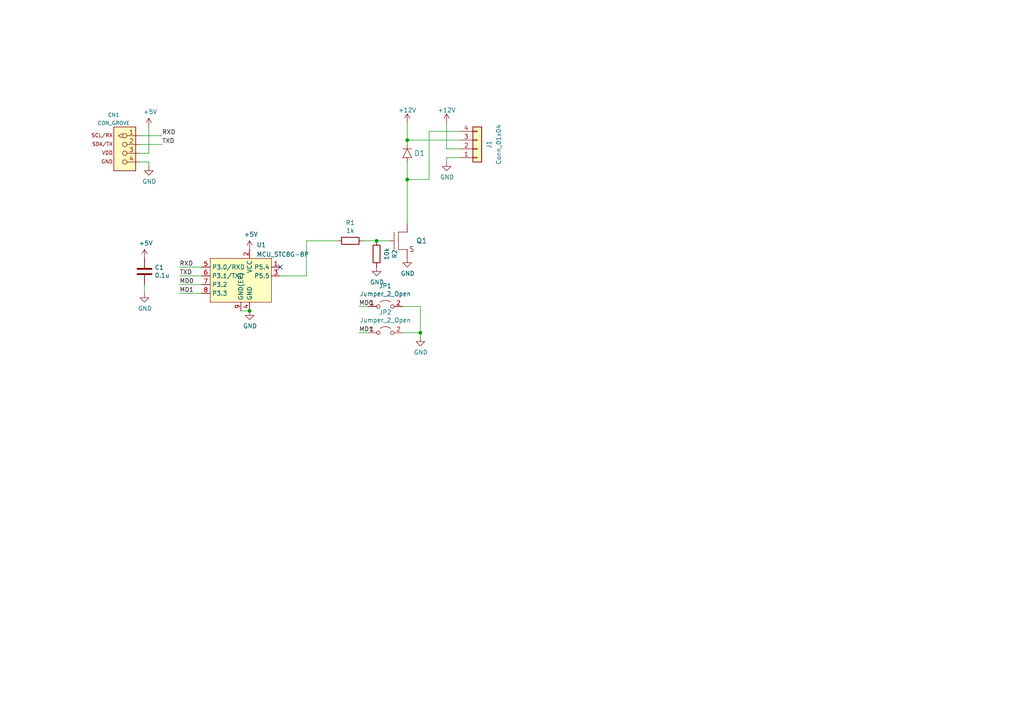
<source format=kicad_sch>
(kicad_sch (version 20211123) (generator eeschema)
  (paper "A4")
  (lib_symbols
    (symbol "Connector_Generic:Conn_01x04" (pin_names (offset 1.016) hide)
      (property "Reference" "J" (at 0 5.08 0))
      (property "Value" "Conn_01x04" (at 0 -7.62 0))
      (symbol "Conn_01x04_1_1"
        (rectangle (start -1.27 -4.953) (end 0 -5.207) (stroke (width 0.1524)))
        (rectangle (start -1.27 -2.413) (end 0 -2.667) (stroke (width 0.1524)))
        (rectangle (start -1.27 0.127) (end 0 -0.127) (stroke (width 0.1524)))
        (rectangle (start -1.27 2.667) (end 0 2.413) (stroke (width 0.1524)))
        (rectangle (start -1.27 3.81) (end 1.27 -6.35) (stroke (width 0.254)) (fill (type background)))
        (pin passive line (at -5.08 2.54 0) (length 3.81) (name "Pin_1") (number "1"))
        (pin passive line (at -5.08 0 0) (length 3.81) (name "Pin_2") (number "2"))
        (pin passive line (at -5.08 -2.54 0) (length 3.81) (name "Pin_3") (number "3"))
        (pin passive line (at -5.08 -5.08 0) (length 3.81) (name "Pin_4") (number "4"))
      )
    )
    (symbol "Device:C" (pin_numbers hide) (pin_names (offset 0.254))
      (property "Reference" "C" (at 0.635 2.54 0))
      (property "Value" "C" (at 0.635 -2.54 0))
      (symbol "C_0_1"
        (polyline (pts (xy -2.032 -0.762) (xy 2.032 -0.762)) (stroke (width 0.508)))
        (polyline (pts (xy -2.032 0.762) (xy 2.032 0.762)) (stroke (width 0.508)))
      )
      (symbol "C_1_1"
        (pin passive line (at 0 3.81 270) (length 2.794) (name "~") (number "1"))
        (pin passive line (at 0 -3.81 90) (length 2.794) (name "~") (number "2"))
      )
    )
    (symbol "Device:R" (pin_numbers hide) (pin_names (offset 0))
      (property "Reference" "R" (at 2.032 0 90))
      (property "Value" "R" (at 0 0 90))
      (symbol "R_0_1"
        (rectangle (start -1.016 -2.54) (end 1.016 2.54) (stroke (width 0.254)))
      )
      (symbol "R_1_1"
        (pin passive line (at 0 3.81 270) (length 1.27) (name "~") (number "1"))
        (pin passive line (at 0 -3.81 90) (length 1.27) (name "~") (number "2"))
      )
    )
    (symbol "Jumper:Jumper_2_Open" (pin_names (offset 0) hide)
      (property "Reference" "JP" (at 0 2.794 0))
      (property "Value" "Jumper_2_Open" (at 0 -2.286 0))
      (symbol "Jumper_2_Open_0_0"
        (circle (center -2.032 0) (radius 0.508))
        (circle (center 2.032 0) (radius 0.508))
      )
      (symbol "Jumper_2_Open_0_1"
        (arc (start 1.524 1.27) (mid 0 1.778) (end -1.524 1.27))
      )
      (symbol "Jumper_2_Open_1_1"
        (pin passive line (at -5.08 0 0) (length 2.54) (name "A") (number "1"))
        (pin passive line (at 5.08 0 180) (length 2.54) (name "B") (number "2"))
      )
    )
    (symbol "akita:CON_GROVE" (pin_names (offset 1.016))
      (property "Reference" "CN" (at 0 3.81 0))
      (property "Value" "CON_GROVE" (at 3.81 -5.08 90))
      (symbol "CON_GROVE_1_0"
        (text "GND" (at 5.334 -5.588 0) (effects (font (size 1.0668 1.0668)) (justify left bottom)))
        (text "SCL/RX" (at 5.334 2.032 0) (effects (font (size 1.0668 1.0668)) (justify left bottom)))
        (text "SDA/TX" (at 5.334 -0.508 0) (effects (font (size 1.0668 1.0668)) (justify left bottom)))
        (text "VDD" (at 5.334 -3.048 0) (effects (font (size 1.0668 1.0668)) (justify left bottom)))
        (pin bidirectional inverted_clock (at -2.54 2.54 0) (length 5.08) (name "1") (number "1"))
        (pin bidirectional inverted (at -2.54 0 0) (length 5.08) (name "2") (number "2"))
        (pin bidirectional inverted (at -2.54 -2.54 0) (length 5.08) (name "3") (number "3"))
        (pin bidirectional inverted (at -2.54 -5.08 0) (length 5.08) (name "4") (number "4"))
      )
      (symbol "CON_GROVE_1_1"
        (rectangle (start -1.27 5.08) (end 5.08 -7.62) (stroke (width 0.2032)) (fill (type background)))
      )
    )
    (symbol "akita:DIODE" (pin_names (offset 1.016))
      (property "Reference" "D" (at -2.54 2.54 0))
      (symbol "DIODE_1_0"
        (polyline (pts (xy -2.54 0) (xy -1.27 0)))
        (polyline (pts (xy -1.27 -1.27) (xy 1.27 0)))
        (polyline (pts (xy -1.27 0) (xy -1.27 -1.27)))
        (polyline (pts (xy -1.27 1.27) (xy -1.27 0)))
        (polyline (pts (xy 1.27 0) (xy -1.27 1.27)))
        (polyline (pts (xy 1.27 0) (xy 1.27 -1.27)))
        (polyline (pts (xy 1.27 1.27) (xy 1.27 0)))
        (polyline (pts (xy 2.54 0) (xy 1.27 0)))
        (pin passive line (at -2.54 0 0) (length 0) (name "A") (number "A"))
        (pin passive line (at 2.54 0 180) (length 0) (name "K") (number "K"))
      )
    )
    (symbol "akita:MCU_STC8G-8P"
      (property "Reference" "U" (at 7.62 7.62 0))
      (property "Value" "MCU_STC8G-8P" (at 8.89 -7.62 0))
      (symbol "MCU_STC8G-8P_0_1"
        (rectangle (start -8.89 6.35) (end 8.89 -6.35) (stroke (width 0.1524)) (fill (type background)))
      )
      (symbol "MCU_STC8G-8P_1_1"
        (pin bidirectional line (at 11.43 3.81 180) (length 2.54) (name "P5.4") (number "1"))
        (pin power_in line (at 2.54 8.89 270) (length 2.54) (name "VCC") (number "2"))
        (pin bidirectional line (at 11.43 1.27 180) (length 2.54) (name "P5.5") (number "3"))
        (pin power_in line (at 2.54 -8.89 90) (length 2.54) (name "GND") (number "4"))
        (pin bidirectional line (at -11.43 3.81 0) (length 2.54) (name "P3.0/RXD") (number "5"))
        (pin bidirectional line (at -11.43 1.27 0) (length 2.54) (name "P3.1/TXD") (number "6"))
        (pin bidirectional line (at -11.43 -1.27 0) (length 2.54) (name "P3.2") (number "7"))
        (pin bidirectional line (at -11.43 -3.81 0) (length 2.54) (name "P3.3") (number "8"))
        (pin power_in line (at 0 -8.89 90) (length 2.54) (name "GND(EP)") (number "9"))
      )
    )
    (symbol "akita:TR_NMOS_IRLML6344" (pin_names (offset 1.016))
      (property "Reference" "Q" (at 3.048 0.508 0))
      (symbol "TR_NMOS_IRLML6344_1_0"
        (polyline (pts (xy -2.54 0) (xy -1.27 0)))
        (polyline (pts (xy -1.27 2.54) (xy -1.27 -2.54)))
        (polyline (pts (xy 0 -2.54) (xy 2.54 -2.54)))
        (polyline (pts (xy 0 2.54) (xy 0 -2.54)))
        (polyline (pts (xy 2.54 2.54) (xy 0 2.54)))
        (text "S" (at 3.048 -3.302 0) (effects (font (size 1.4986 1.4986)) (justify left bottom)))
        (pin bidirectional line (at -2.54 0 0) (length 0) (name "G") (number "1"))
        (pin bidirectional line (at 2.54 -5.08 90) (length 2.54) (name "S") (number "2"))
        (pin bidirectional line (at 2.54 5.08 270) (length 2.54) (name "D") (number "3"))
      )
    )
    (symbol "power:+12V" (power) (pin_names (offset 0))
      (property "Value" "+12V" (at 0 3.556 0))
      (symbol "+12V_0_1"
        (polyline (pts (xy -0.762 1.27) (xy 0 2.54)))
        (polyline (pts (xy 0 0) (xy 0 2.54)))
        (polyline (pts (xy 0 2.54) (xy 0.762 1.27)))
      )
      (symbol "+12V_1_1"
        (pin power_in line (at 0 0 90) (length 0) hide (name "+12V") (number "1"))
      )
    )
    (symbol "power:+5V" (power) (pin_names (offset 0))
      (property "Value" "+5V" (at 0 3.556 0))
      (symbol "+5V_0_1"
        (polyline (pts (xy -0.762 1.27) (xy 0 2.54)))
        (polyline (pts (xy 0 0) (xy 0 2.54)))
        (polyline (pts (xy 0 2.54) (xy 0.762 1.27)))
      )
      (symbol "+5V_1_1"
        (pin power_in line (at 0 0 90) (length 0) hide (name "+5V") (number "1"))
      )
    )
    (symbol "power:GND" (power) (pin_names (offset 0))
      (property "Value" "GND" (at 0 -3.81 0))
      (symbol "GND_0_1"
        (polyline (pts (xy 0 0) (xy 0 -1.27) (xy 1.27 -1.27) (xy 0 -2.54) (xy -1.27 -1.27) (xy 0 -1.27)))
      )
      (symbol "GND_1_1"
        (pin power_in line (at 0 0 270) (length 0) hide (name "GND") (number "1"))
      )
    )
  )
  (junction (at 109.22 69.85))
  (junction (at 118.11 40.64))
  (junction (at 118.11 52.07))
  (junction (at 72.39 90.17))
  (junction (at 121.92 96.52))
  (no_connect (at 81.28 77.47))
  (wire (pts (xy 104.14 96.52) (xy 106.68 96.52)))
  (wire (pts (xy 116.84 88.9) (xy 121.92 88.9)))
  (wire (pts (xy 43.18 36.83) (xy 43.18 44.45)))
  (wire (pts (xy 118.11 46.99) (xy 118.11 52.07)))
  (wire (pts (xy 88.9 69.85) (xy 88.9 80.01)))
  (wire (pts (xy 121.92 88.9) (xy 121.92 96.52)))
  (wire (pts (xy 118.11 40.64) (xy 133.35 40.64)))
  (wire (pts (xy 129.54 45.72) (xy 129.54 46.99)))
  (wire (pts (xy 118.11 40.64) (xy 118.11 41.91)))
  (wire (pts (xy 69.85 90.17) (xy 72.39 90.17)))
  (wire (pts (xy 40.64 46.99) (xy 43.18 46.99)))
  (wire (pts (xy 121.92 96.52) (xy 121.92 97.79)))
  (wire (pts (xy 124.46 38.1) (xy 124.46 52.07)))
  (wire (pts (xy 88.9 69.85) (xy 97.79 69.85)))
  (wire (pts (xy 104.14 88.9) (xy 106.68 88.9)))
  (wire (pts (xy 40.64 41.91) (xy 46.99 41.91)))
  (wire (pts (xy 52.07 85.09) (xy 58.42 85.09)))
  (wire (pts (xy 118.11 52.07) (xy 118.11 64.77)))
  (wire (pts (xy 118.11 35.56) (xy 118.11 40.64)))
  (wire (pts (xy 41.91 85.09) (xy 41.91 82.55)))
  (wire (pts (xy 124.46 52.07) (xy 118.11 52.07)))
  (wire (pts (xy 105.41 69.85) (xy 109.22 69.85)))
  (wire (pts (xy 133.35 38.1) (xy 124.46 38.1)))
  (wire (pts (xy 116.84 96.52) (xy 121.92 96.52)))
  (wire (pts (xy 40.64 39.37) (xy 46.99 39.37)))
  (wire (pts (xy 52.07 82.55) (xy 58.42 82.55)))
  (wire (pts (xy 133.35 45.72) (xy 129.54 45.72)))
  (wire (pts (xy 109.22 69.85) (xy 113.03 69.85)))
  (wire (pts (xy 129.54 43.18) (xy 129.54 35.56)))
  (wire (pts (xy 40.64 44.45) (xy 43.18 44.45)))
  (wire (pts (xy 52.07 80.01) (xy 58.42 80.01)))
  (wire (pts (xy 43.18 46.99) (xy 43.18 48.26)))
  (wire (pts (xy 81.28 80.01) (xy 88.9 80.01)))
  (wire (pts (xy 52.07 77.47) (xy 58.42 77.47)))
  (wire (pts (xy 133.35 43.18) (xy 129.54 43.18)))
  (label "TXD" (at 46.99 41.91 0))
  (label "MD0" (at 52.07 82.55 0))
  (label "MD1" (at 104.14 96.52 0))
  (label "MD0" (at 104.14 88.9 0))
  (label "RXD" (at 52.07 77.47 0))
  (label "RXD" (at 46.99 39.37 0))
  (label "MD1" (at 52.07 85.09 0))
  (label "TXD" (at 52.07 80.01 0))
  (symbol (lib_id "akita:TR_NMOS_IRLML6344") (at 115.57 69.85 0) (unit 1)
    (property "Reference" "Q1" (at 120.65 69.85 0) (effects (font (size 1.4986 1.4986)) (justify left)))
    (property "Value" "TR_NMOS_IRLML6344" (effects hide))
    (property "Footprint" "Package_TO_SOT_SMD:SOT-23" (effects hide))
    (property "LCSC" "C20917" (effects hide))
  )
  (symbol (lib_id "Device:R") (at 101.6 69.85 270) (unit 1)
    (property "Reference" "R1" (at 101.6 64.5922 90))
    (property "Value" "1k" (at 101.6 66.9036 90))
    (property "Footprint" "Resistor_SMD:R_0603_1608Metric" (effects hide))
    (property "LCSC" "C22764" (effects hide))
  )
  (symbol (lib_id "power:GND") (at 118.11 74.93 0) (unit 1)
    (property "Reference" "#PWR06" (effects hide))
    (property "Value" "GND" (at 118.237 79.3242 0))
  )
  (symbol (lib_id "Device:R") (at 109.22 73.66 180) (unit 1)
    (property "Reference" "R2" (at 114.4778 73.66 90))
    (property "Value" "10k" (at 112.1664 73.66 90))
    (property "Footprint" "Resistor_SMD:R_0603_1608Metric" (effects hide))
    (property "LCSC" "C25804" (effects hide))
  )
  (symbol (lib_id "power:GND") (at 109.22 77.47 0) (unit 1)
    (property "Reference" "#PWR0104" (effects hide))
    (property "Value" "GND" (at 109.347 81.8642 0))
  )
  (symbol (lib_id "Jumper:Jumper_2_Open") (at 111.76 88.9 0) (unit 1)
    (property "Reference" "JP1" (at 111.76 82.931 0))
    (property "Value" "Jumper_2_Open" (at 111.76 85.2424 0))
    (property "Footprint" "Jumper:SolderJumper-2_P1.3mm_Open_Pad1.0x1.5mm" (effects hide))
  )
  (symbol (lib_id "Jumper:Jumper_2_Open") (at 111.76 96.52 0) (unit 1)
    (property "Reference" "JP2" (at 111.76 90.551 0))
    (property "Value" "Jumper_2_Open" (at 111.76 92.8624 0))
    (property "Footprint" "Jumper:SolderJumper-2_P1.3mm_Open_Pad1.0x1.5mm" (effects hide))
  )
  (symbol (lib_id "power:GND") (at 121.92 97.79 0) (unit 1)
    (property "Reference" "#PWR0101" (effects hide))
    (property "Value" "GND" (at 122.047 102.1842 0))
  )
  (symbol (lib_id "Device:C") (at 41.91 78.74 0) (unit 1)
    (property "Reference" "C1" (at 44.831 77.5716 0) (effects (justify left)))
    (property "Value" "0.1u" (at 44.831 79.883 0) (effects (justify left)))
    (property "Footprint" "Capacitor_SMD:C_0603_1608Metric" (effects hide))
    (property "LCSC" "C14663" (effects hide))
  )
  (symbol (lib_id "power:GND") (at 41.91 85.09 0) (unit 1)
    (property "Reference" "#PWR0102" (effects hide))
    (property "Value" "GND" (at 42.037 89.4842 0))
  )
  (symbol (lib_id "akita:DIODE") (at 118.11 44.45 90) (unit 1)
    (property "Reference" "D1" (at 120.0912 44.45 90) (effects (font (size 1.4986 1.4986)) (justify right)))
    (property "Value" "DIODE" (effects hide))
    (property "Footprint" "akita:D_SOD123FL" (effects hide))
    (property "LCSC" "C2760867" (effects hide))
  )
  (symbol (lib_id "power:GND") (at 72.39 90.17 0) (unit 1)
    (property "Reference" "#PWR03" (effects hide))
    (property "Value" "GND" (at 72.517 94.5642 0))
  )
  (symbol (lib_id "power:+5V") (at 41.91 74.93 0) (unit 1)
    (property "Reference" "#PWR0110" (effects hide))
    (property "Value" "+5V" (at 42.291 70.5358 0))
  )
  (symbol (lib_id "power:GND") (at 43.18 48.26 0) (unit 1)
    (property "Reference" "#PWR0108" (effects hide))
    (property "Value" "GND" (at 43.307 52.6542 0))
  )
  (symbol (lib_id "power:+5V") (at 43.18 36.83 0) (unit 1)
    (property "Reference" "#PWR0109" (effects hide))
    (property "Value" "+5V" (at 43.561 32.4358 0))
  )
  (symbol (lib_id "akita:CON_GROVE") (at 38.1 41.91 0) (mirror y) (unit 1)
    (property "Reference" "CN1" (at 32.9787 33.3406 0) (effects (font (size 1.0668 1.0668))))
    (property "Value" "CON_GROVE" (at 32.9787 35.7123 0) (effects (font (size 1.0668 1.0668))))
    (property "Footprint" "akita:CON_GROVE_H" (effects hide))
  )
  (symbol (lib_id "power:+12V") (at 118.11 35.56 0) (unit 1)
    (property "Reference" "#PWR0106" (effects hide))
    (property "Value" "+12V" (at 118.11 31.9555 0))
  )
  (symbol (lib_id "akita:MCU_STC8G-8P") (at 69.85 81.28 0) (unit 1)
    (property "Reference" "U1" (at 74.4094 71.0143 0) (effects (justify left)))
    (property "Value" "MCU_STC8G-8P" (at 74.4094 73.7894 0) (effects (justify left)))
    (property "Footprint" "Package_DFN_QFN:DFN-8-1EP_3x3mm_P0.5mm_EP1.65x2.38mm" (effects hide))
    (property "LCSC" "C915664" (effects hide))
  )
  (symbol (lib_id "Connector_Generic:Conn_01x04") (at 138.43 43.18 0) (mirror x) (unit 1)
    (property "Reference" "J1" (at 141.8495 41.91 90))
    (property "Value" "Conn_01x04" (at 144.6246 41.91 90))
    (property "Footprint" "Connector_JST:JST_VH_S4P-VH_1x04_P3.96mm_Horizontal" (effects hide))
  )
  (symbol (lib_id "power:+12V") (at 129.54 35.56 0) (unit 1)
    (property "Reference" "#PWR0107" (effects hide))
    (property "Value" "+12V" (at 129.54 31.9555 0))
  )
  (symbol (lib_id "power:+5V") (at 72.39 72.39 0) (unit 1)
    (property "Reference" "#PWR0105" (effects hide))
    (property "Value" "+5V" (at 72.771 67.9958 0))
  )
  (symbol (lib_id "power:GND") (at 129.54 46.99 0) (unit 1)
    (property "Reference" "#PWR0103" (effects hide))
    (property "Value" "GND" (at 129.667 51.3842 0))
  )
)
</source>
